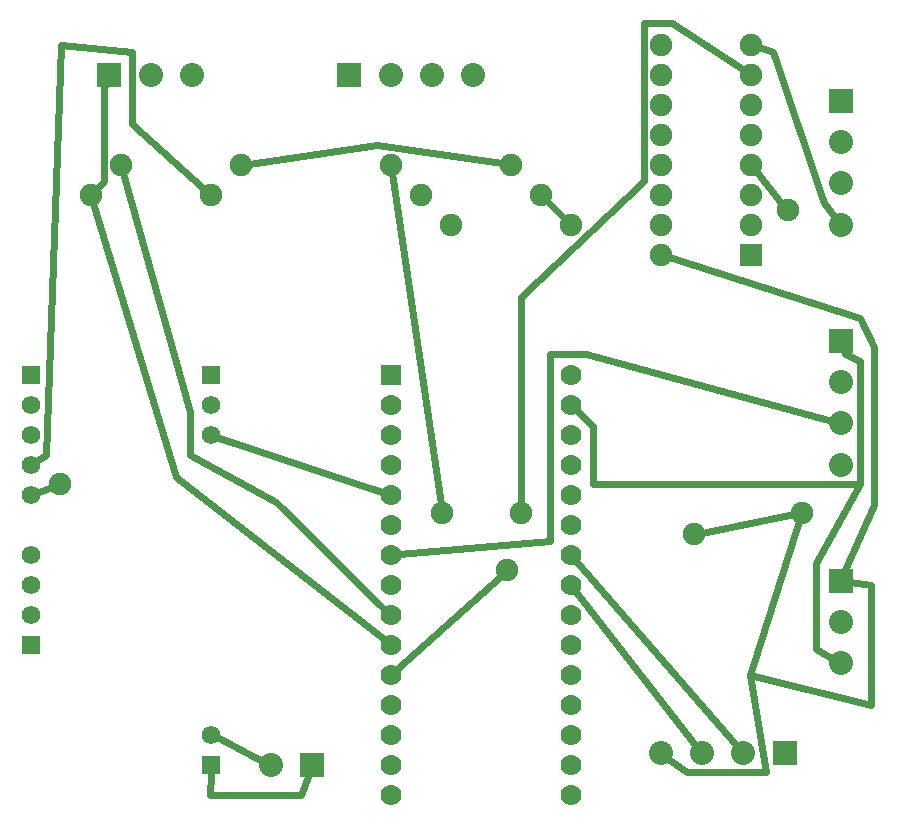
<source format=gbl>
G04 MADE WITH FRITZING*
G04 WWW.FRITZING.ORG*
G04 DOUBLE SIDED*
G04 HOLES PLATED*
G04 CONTOUR ON CENTER OF CONTOUR VECTOR*
%ASAXBY*%
%FSLAX23Y23*%
%MOIN*%
%OFA0B0*%
%SFA1.0B1.0*%
%ADD10C,0.070000*%
%ADD11C,0.080000*%
%ADD12C,0.075000*%
%ADD13C,0.062000*%
%ADD14C,0.075433*%
%ADD15R,0.069972X0.070000*%
%ADD16R,0.080000X0.080000*%
%ADD17R,0.075000X0.075000*%
%ADD18R,0.062000X0.061986*%
%ADD19C,0.024000*%
%LNCOPPER0*%
G90*
G70*
G54D10*
X1353Y1556D03*
X1353Y1456D03*
X1353Y1356D03*
X1353Y1256D03*
X1353Y1156D03*
X1353Y1056D03*
X1353Y956D03*
X1353Y856D03*
X1353Y756D03*
X1353Y656D03*
X1353Y556D03*
X1353Y456D03*
X1353Y356D03*
X1353Y256D03*
X1353Y156D03*
X1953Y1556D03*
X1953Y1456D03*
X1953Y1356D03*
X1953Y1256D03*
X1953Y1156D03*
X1953Y1056D03*
X1953Y956D03*
X1953Y856D03*
X1953Y756D03*
X1953Y656D03*
X1953Y556D03*
X1953Y456D03*
X1953Y356D03*
X1953Y256D03*
X1953Y156D03*
G54D11*
X2853Y870D03*
X2853Y732D03*
X2853Y594D03*
G54D12*
X2553Y1956D03*
X2253Y1956D03*
X2553Y2056D03*
X2253Y2056D03*
X2553Y2156D03*
X2253Y2156D03*
X2553Y2256D03*
X2253Y2256D03*
X2553Y2356D03*
X2253Y2356D03*
X2553Y2456D03*
X2253Y2456D03*
X2553Y2556D03*
X2253Y2556D03*
X2553Y2656D03*
X2253Y2656D03*
G54D11*
X2853Y2470D03*
X2853Y2332D03*
X2853Y2194D03*
X2853Y2056D03*
G54D13*
X153Y956D03*
X153Y856D03*
X153Y756D03*
X153Y656D03*
X753Y1556D03*
X753Y1456D03*
X753Y1356D03*
X753Y357D03*
X753Y257D03*
X153Y1556D03*
X153Y1456D03*
X153Y1356D03*
X153Y1256D03*
X153Y1156D03*
G54D11*
X1091Y256D03*
X953Y256D03*
X2853Y1670D03*
X2853Y1532D03*
X2853Y1394D03*
X2853Y1256D03*
X2666Y294D03*
X2528Y294D03*
X2391Y294D03*
X2253Y294D03*
X1215Y2556D03*
X1353Y2556D03*
X1491Y2556D03*
X1628Y2556D03*
X415Y2556D03*
X553Y2556D03*
X691Y2556D03*
G54D12*
X353Y2156D03*
X753Y2156D03*
X453Y2256D03*
X853Y2256D03*
X1353Y2256D03*
X1753Y2256D03*
X1453Y2156D03*
X1853Y2156D03*
X1553Y2056D03*
X1953Y2056D03*
G54D14*
X1524Y1097D03*
X1788Y1097D03*
X1740Y905D03*
X2676Y2105D03*
X2724Y1097D03*
X2364Y1025D03*
X252Y1193D03*
G54D15*
X1353Y1556D03*
G54D16*
X2853Y870D03*
G54D17*
X2553Y1956D03*
G54D16*
X2853Y2470D03*
G54D18*
X153Y656D03*
X753Y1556D03*
X753Y257D03*
X153Y1556D03*
G54D16*
X1091Y256D03*
X2853Y1670D03*
X2666Y294D03*
X1215Y2556D03*
X415Y2556D03*
G54D19*
X779Y344D02*
X925Y270D01*
D02*
X753Y227D02*
X752Y154D01*
D02*
X752Y154D02*
X1054Y154D01*
D02*
X1054Y154D02*
X1080Y227D01*
D02*
X1971Y833D02*
X2371Y319D01*
D02*
X2508Y318D02*
X1972Y934D01*
D02*
X2834Y2081D02*
X2796Y2129D01*
X2796Y2129D02*
X2628Y2633D01*
X2628Y2633D02*
X2580Y2648D01*
D02*
X2823Y1402D02*
X2004Y1625D01*
X2004Y1625D02*
X1884Y1625D01*
X1884Y1625D02*
X1884Y1001D01*
X1884Y1001D02*
X1382Y959D01*
D02*
X1325Y1166D02*
X780Y1347D01*
D02*
X1520Y1125D02*
X1357Y2228D01*
D02*
X1332Y777D02*
X972Y1133D01*
X972Y1133D02*
X684Y1289D01*
X684Y1289D02*
X684Y1433D01*
X684Y1433D02*
X461Y2229D01*
D02*
X373Y2177D02*
X396Y2201D01*
X396Y2201D02*
X396Y2513D01*
X396Y2513D02*
X403Y2528D01*
D02*
X1330Y674D02*
X636Y1217D01*
X636Y1217D02*
X361Y2129D01*
D02*
X2529Y2572D02*
X2292Y2729D01*
X2292Y2729D02*
X2196Y2729D01*
X2196Y2729D02*
X2196Y2201D01*
X2196Y2201D02*
X1788Y1817D01*
X1788Y1817D02*
X1788Y1125D01*
D02*
X1719Y885D02*
X1374Y576D01*
D02*
X1933Y2077D02*
X1873Y2136D01*
D02*
X2658Y2127D02*
X2571Y2234D01*
D02*
X1974Y1436D02*
X2028Y1385D01*
X2028Y1385D02*
X2028Y1193D01*
X2028Y1193D02*
X2916Y1193D01*
X2916Y1193D02*
X2916Y1601D01*
X2916Y1601D02*
X2868Y1625D01*
X2868Y1625D02*
X2863Y1640D01*
D02*
X881Y2260D02*
X1308Y2321D01*
X1308Y2321D02*
X1724Y2261D01*
D02*
X2826Y610D02*
X2772Y641D01*
X2772Y641D02*
X2772Y929D01*
X2772Y929D02*
X2916Y1193D01*
D02*
X177Y1272D02*
X204Y1289D01*
X204Y1289D02*
X253Y2655D01*
D02*
X253Y2655D02*
X492Y2633D01*
X492Y2633D02*
X492Y2393D01*
X492Y2393D02*
X732Y2176D01*
D02*
X2884Y865D02*
X2954Y855D01*
D02*
X2954Y855D02*
X2954Y457D01*
D02*
X2954Y457D02*
X2551Y557D01*
D02*
X2551Y557D02*
X2715Y1069D01*
D02*
X2278Y276D02*
X2340Y233D01*
X2340Y233D02*
X2604Y233D01*
X2604Y233D02*
X2551Y557D01*
D02*
X2392Y1030D02*
X2696Y1091D01*
D02*
X2280Y1948D02*
X2916Y1745D01*
X2916Y1745D02*
X2964Y1649D01*
X2964Y1649D02*
X2964Y1121D01*
X2964Y1121D02*
X2865Y898D01*
D02*
X180Y1166D02*
X225Y1183D01*
G04 End of Copper0*
M02*
</source>
